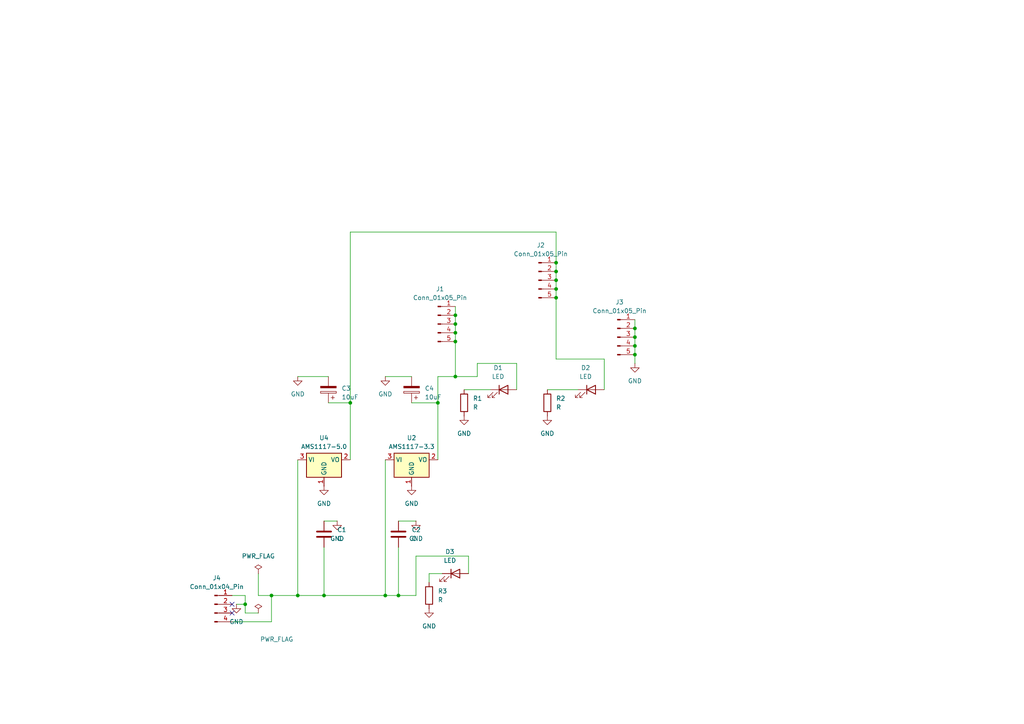
<source format=kicad_sch>
(kicad_sch
	(version 20250114)
	(generator "eeschema")
	(generator_version "9.0")
	(uuid "8502a16a-3907-4fcc-82be-13415dafdd32")
	(paper "A4")
	(lib_symbols
		(symbol "Connector:Conn_01x04_Pin"
			(pin_names
				(offset 1.016)
				(hide yes)
			)
			(exclude_from_sim no)
			(in_bom yes)
			(on_board yes)
			(property "Reference" "J"
				(at 0 5.08 0)
				(effects
					(font
						(size 1.27 1.27)
					)
				)
			)
			(property "Value" "Conn_01x04_Pin"
				(at 0 -7.62 0)
				(effects
					(font
						(size 1.27 1.27)
					)
				)
			)
			(property "Footprint" ""
				(at 0 0 0)
				(effects
					(font
						(size 1.27 1.27)
					)
					(hide yes)
				)
			)
			(property "Datasheet" "~"
				(at 0 0 0)
				(effects
					(font
						(size 1.27 1.27)
					)
					(hide yes)
				)
			)
			(property "Description" "Generic connector, single row, 01x04, script generated"
				(at 0 0 0)
				(effects
					(font
						(size 1.27 1.27)
					)
					(hide yes)
				)
			)
			(property "ki_locked" ""
				(at 0 0 0)
				(effects
					(font
						(size 1.27 1.27)
					)
				)
			)
			(property "ki_keywords" "connector"
				(at 0 0 0)
				(effects
					(font
						(size 1.27 1.27)
					)
					(hide yes)
				)
			)
			(property "ki_fp_filters" "Connector*:*_1x??_*"
				(at 0 0 0)
				(effects
					(font
						(size 1.27 1.27)
					)
					(hide yes)
				)
			)
			(symbol "Conn_01x04_Pin_1_1"
				(rectangle
					(start 0.8636 2.667)
					(end 0 2.413)
					(stroke
						(width 0.1524)
						(type default)
					)
					(fill
						(type outline)
					)
				)
				(rectangle
					(start 0.8636 0.127)
					(end 0 -0.127)
					(stroke
						(width 0.1524)
						(type default)
					)
					(fill
						(type outline)
					)
				)
				(rectangle
					(start 0.8636 -2.413)
					(end 0 -2.667)
					(stroke
						(width 0.1524)
						(type default)
					)
					(fill
						(type outline)
					)
				)
				(rectangle
					(start 0.8636 -4.953)
					(end 0 -5.207)
					(stroke
						(width 0.1524)
						(type default)
					)
					(fill
						(type outline)
					)
				)
				(polyline
					(pts
						(xy 1.27 2.54) (xy 0.8636 2.54)
					)
					(stroke
						(width 0.1524)
						(type default)
					)
					(fill
						(type none)
					)
				)
				(polyline
					(pts
						(xy 1.27 0) (xy 0.8636 0)
					)
					(stroke
						(width 0.1524)
						(type default)
					)
					(fill
						(type none)
					)
				)
				(polyline
					(pts
						(xy 1.27 -2.54) (xy 0.8636 -2.54)
					)
					(stroke
						(width 0.1524)
						(type default)
					)
					(fill
						(type none)
					)
				)
				(polyline
					(pts
						(xy 1.27 -5.08) (xy 0.8636 -5.08)
					)
					(stroke
						(width 0.1524)
						(type default)
					)
					(fill
						(type none)
					)
				)
				(pin passive line
					(at 5.08 2.54 180)
					(length 3.81)
					(name "Pin_1"
						(effects
							(font
								(size 1.27 1.27)
							)
						)
					)
					(number "1"
						(effects
							(font
								(size 1.27 1.27)
							)
						)
					)
				)
				(pin passive line
					(at 5.08 0 180)
					(length 3.81)
					(name "Pin_2"
						(effects
							(font
								(size 1.27 1.27)
							)
						)
					)
					(number "2"
						(effects
							(font
								(size 1.27 1.27)
							)
						)
					)
				)
				(pin passive line
					(at 5.08 -2.54 180)
					(length 3.81)
					(name "Pin_3"
						(effects
							(font
								(size 1.27 1.27)
							)
						)
					)
					(number "3"
						(effects
							(font
								(size 1.27 1.27)
							)
						)
					)
				)
				(pin passive line
					(at 5.08 -5.08 180)
					(length 3.81)
					(name "Pin_4"
						(effects
							(font
								(size 1.27 1.27)
							)
						)
					)
					(number "4"
						(effects
							(font
								(size 1.27 1.27)
							)
						)
					)
				)
			)
			(embedded_fonts no)
		)
		(symbol "Connector:Conn_01x05_Pin"
			(pin_names
				(offset 1.016)
				(hide yes)
			)
			(exclude_from_sim no)
			(in_bom yes)
			(on_board yes)
			(property "Reference" "J"
				(at 0 7.62 0)
				(effects
					(font
						(size 1.27 1.27)
					)
				)
			)
			(property "Value" "Conn_01x05_Pin"
				(at 0 -7.62 0)
				(effects
					(font
						(size 1.27 1.27)
					)
				)
			)
			(property "Footprint" ""
				(at 0 0 0)
				(effects
					(font
						(size 1.27 1.27)
					)
					(hide yes)
				)
			)
			(property "Datasheet" "~"
				(at 0 0 0)
				(effects
					(font
						(size 1.27 1.27)
					)
					(hide yes)
				)
			)
			(property "Description" "Generic connector, single row, 01x05, script generated"
				(at 0 0 0)
				(effects
					(font
						(size 1.27 1.27)
					)
					(hide yes)
				)
			)
			(property "ki_locked" ""
				(at 0 0 0)
				(effects
					(font
						(size 1.27 1.27)
					)
				)
			)
			(property "ki_keywords" "connector"
				(at 0 0 0)
				(effects
					(font
						(size 1.27 1.27)
					)
					(hide yes)
				)
			)
			(property "ki_fp_filters" "Connector*:*_1x??_*"
				(at 0 0 0)
				(effects
					(font
						(size 1.27 1.27)
					)
					(hide yes)
				)
			)
			(symbol "Conn_01x05_Pin_1_1"
				(rectangle
					(start 0.8636 5.207)
					(end 0 4.953)
					(stroke
						(width 0.1524)
						(type default)
					)
					(fill
						(type outline)
					)
				)
				(rectangle
					(start 0.8636 2.667)
					(end 0 2.413)
					(stroke
						(width 0.1524)
						(type default)
					)
					(fill
						(type outline)
					)
				)
				(rectangle
					(start 0.8636 0.127)
					(end 0 -0.127)
					(stroke
						(width 0.1524)
						(type default)
					)
					(fill
						(type outline)
					)
				)
				(rectangle
					(start 0.8636 -2.413)
					(end 0 -2.667)
					(stroke
						(width 0.1524)
						(type default)
					)
					(fill
						(type outline)
					)
				)
				(rectangle
					(start 0.8636 -4.953)
					(end 0 -5.207)
					(stroke
						(width 0.1524)
						(type default)
					)
					(fill
						(type outline)
					)
				)
				(polyline
					(pts
						(xy 1.27 5.08) (xy 0.8636 5.08)
					)
					(stroke
						(width 0.1524)
						(type default)
					)
					(fill
						(type none)
					)
				)
				(polyline
					(pts
						(xy 1.27 2.54) (xy 0.8636 2.54)
					)
					(stroke
						(width 0.1524)
						(type default)
					)
					(fill
						(type none)
					)
				)
				(polyline
					(pts
						(xy 1.27 0) (xy 0.8636 0)
					)
					(stroke
						(width 0.1524)
						(type default)
					)
					(fill
						(type none)
					)
				)
				(polyline
					(pts
						(xy 1.27 -2.54) (xy 0.8636 -2.54)
					)
					(stroke
						(width 0.1524)
						(type default)
					)
					(fill
						(type none)
					)
				)
				(polyline
					(pts
						(xy 1.27 -5.08) (xy 0.8636 -5.08)
					)
					(stroke
						(width 0.1524)
						(type default)
					)
					(fill
						(type none)
					)
				)
				(pin passive line
					(at 5.08 5.08 180)
					(length 3.81)
					(name "Pin_1"
						(effects
							(font
								(size 1.27 1.27)
							)
						)
					)
					(number "1"
						(effects
							(font
								(size 1.27 1.27)
							)
						)
					)
				)
				(pin passive line
					(at 5.08 2.54 180)
					(length 3.81)
					(name "Pin_2"
						(effects
							(font
								(size 1.27 1.27)
							)
						)
					)
					(number "2"
						(effects
							(font
								(size 1.27 1.27)
							)
						)
					)
				)
				(pin passive line
					(at 5.08 0 180)
					(length 3.81)
					(name "Pin_3"
						(effects
							(font
								(size 1.27 1.27)
							)
						)
					)
					(number "3"
						(effects
							(font
								(size 1.27 1.27)
							)
						)
					)
				)
				(pin passive line
					(at 5.08 -2.54 180)
					(length 3.81)
					(name "Pin_4"
						(effects
							(font
								(size 1.27 1.27)
							)
						)
					)
					(number "4"
						(effects
							(font
								(size 1.27 1.27)
							)
						)
					)
				)
				(pin passive line
					(at 5.08 -5.08 180)
					(length 3.81)
					(name "Pin_5"
						(effects
							(font
								(size 1.27 1.27)
							)
						)
					)
					(number "5"
						(effects
							(font
								(size 1.27 1.27)
							)
						)
					)
				)
			)
			(embedded_fonts no)
		)
		(symbol "Device:C"
			(pin_numbers
				(hide yes)
			)
			(pin_names
				(offset 0.254)
			)
			(exclude_from_sim no)
			(in_bom yes)
			(on_board yes)
			(property "Reference" "C"
				(at 0.635 2.54 0)
				(effects
					(font
						(size 1.27 1.27)
					)
					(justify left)
				)
			)
			(property "Value" "C"
				(at 0.635 -2.54 0)
				(effects
					(font
						(size 1.27 1.27)
					)
					(justify left)
				)
			)
			(property "Footprint" ""
				(at 0.9652 -3.81 0)
				(effects
					(font
						(size 1.27 1.27)
					)
					(hide yes)
				)
			)
			(property "Datasheet" "~"
				(at 0 0 0)
				(effects
					(font
						(size 1.27 1.27)
					)
					(hide yes)
				)
			)
			(property "Description" "Unpolarized capacitor"
				(at 0 0 0)
				(effects
					(font
						(size 1.27 1.27)
					)
					(hide yes)
				)
			)
			(property "ki_keywords" "cap capacitor"
				(at 0 0 0)
				(effects
					(font
						(size 1.27 1.27)
					)
					(hide yes)
				)
			)
			(property "ki_fp_filters" "C_*"
				(at 0 0 0)
				(effects
					(font
						(size 1.27 1.27)
					)
					(hide yes)
				)
			)
			(symbol "C_0_1"
				(polyline
					(pts
						(xy -2.032 0.762) (xy 2.032 0.762)
					)
					(stroke
						(width 0.508)
						(type default)
					)
					(fill
						(type none)
					)
				)
				(polyline
					(pts
						(xy -2.032 -0.762) (xy 2.032 -0.762)
					)
					(stroke
						(width 0.508)
						(type default)
					)
					(fill
						(type none)
					)
				)
			)
			(symbol "C_1_1"
				(pin passive line
					(at 0 3.81 270)
					(length 2.794)
					(name "~"
						(effects
							(font
								(size 1.27 1.27)
							)
						)
					)
					(number "1"
						(effects
							(font
								(size 1.27 1.27)
							)
						)
					)
				)
				(pin passive line
					(at 0 -3.81 90)
					(length 2.794)
					(name "~"
						(effects
							(font
								(size 1.27 1.27)
							)
						)
					)
					(number "2"
						(effects
							(font
								(size 1.27 1.27)
							)
						)
					)
				)
			)
			(embedded_fonts no)
		)
		(symbol "Device:C_Polarized"
			(pin_numbers
				(hide yes)
			)
			(pin_names
				(offset 0.254)
			)
			(exclude_from_sim no)
			(in_bom yes)
			(on_board yes)
			(property "Reference" "C"
				(at 0.635 2.54 0)
				(effects
					(font
						(size 1.27 1.27)
					)
					(justify left)
				)
			)
			(property "Value" "C_Polarized"
				(at 0.635 -2.54 0)
				(effects
					(font
						(size 1.27 1.27)
					)
					(justify left)
				)
			)
			(property "Footprint" ""
				(at 0.9652 -3.81 0)
				(effects
					(font
						(size 1.27 1.27)
					)
					(hide yes)
				)
			)
			(property "Datasheet" "~"
				(at 0 0 0)
				(effects
					(font
						(size 1.27 1.27)
					)
					(hide yes)
				)
			)
			(property "Description" "Polarized capacitor"
				(at 0 0 0)
				(effects
					(font
						(size 1.27 1.27)
					)
					(hide yes)
				)
			)
			(property "ki_keywords" "cap capacitor"
				(at 0 0 0)
				(effects
					(font
						(size 1.27 1.27)
					)
					(hide yes)
				)
			)
			(property "ki_fp_filters" "CP_*"
				(at 0 0 0)
				(effects
					(font
						(size 1.27 1.27)
					)
					(hide yes)
				)
			)
			(symbol "C_Polarized_0_1"
				(rectangle
					(start -2.286 0.508)
					(end 2.286 1.016)
					(stroke
						(width 0)
						(type default)
					)
					(fill
						(type none)
					)
				)
				(polyline
					(pts
						(xy -1.778 2.286) (xy -0.762 2.286)
					)
					(stroke
						(width 0)
						(type default)
					)
					(fill
						(type none)
					)
				)
				(polyline
					(pts
						(xy -1.27 2.794) (xy -1.27 1.778)
					)
					(stroke
						(width 0)
						(type default)
					)
					(fill
						(type none)
					)
				)
				(rectangle
					(start 2.286 -0.508)
					(end -2.286 -1.016)
					(stroke
						(width 0)
						(type default)
					)
					(fill
						(type outline)
					)
				)
			)
			(symbol "C_Polarized_1_1"
				(pin passive line
					(at 0 3.81 270)
					(length 2.794)
					(name "~"
						(effects
							(font
								(size 1.27 1.27)
							)
						)
					)
					(number "1"
						(effects
							(font
								(size 1.27 1.27)
							)
						)
					)
				)
				(pin passive line
					(at 0 -3.81 90)
					(length 2.794)
					(name "~"
						(effects
							(font
								(size 1.27 1.27)
							)
						)
					)
					(number "2"
						(effects
							(font
								(size 1.27 1.27)
							)
						)
					)
				)
			)
			(embedded_fonts no)
		)
		(symbol "Device:LED"
			(pin_numbers
				(hide yes)
			)
			(pin_names
				(offset 1.016)
				(hide yes)
			)
			(exclude_from_sim no)
			(in_bom yes)
			(on_board yes)
			(property "Reference" "D"
				(at 0 2.54 0)
				(effects
					(font
						(size 1.27 1.27)
					)
				)
			)
			(property "Value" "LED"
				(at 0 -2.54 0)
				(effects
					(font
						(size 1.27 1.27)
					)
				)
			)
			(property "Footprint" ""
				(at 0 0 0)
				(effects
					(font
						(size 1.27 1.27)
					)
					(hide yes)
				)
			)
			(property "Datasheet" "~"
				(at 0 0 0)
				(effects
					(font
						(size 1.27 1.27)
					)
					(hide yes)
				)
			)
			(property "Description" "Light emitting diode"
				(at 0 0 0)
				(effects
					(font
						(size 1.27 1.27)
					)
					(hide yes)
				)
			)
			(property "Sim.Pins" "1=K 2=A"
				(at 0 0 0)
				(effects
					(font
						(size 1.27 1.27)
					)
					(hide yes)
				)
			)
			(property "ki_keywords" "LED diode"
				(at 0 0 0)
				(effects
					(font
						(size 1.27 1.27)
					)
					(hide yes)
				)
			)
			(property "ki_fp_filters" "LED* LED_SMD:* LED_THT:*"
				(at 0 0 0)
				(effects
					(font
						(size 1.27 1.27)
					)
					(hide yes)
				)
			)
			(symbol "LED_0_1"
				(polyline
					(pts
						(xy -3.048 -0.762) (xy -4.572 -2.286) (xy -3.81 -2.286) (xy -4.572 -2.286) (xy -4.572 -1.524)
					)
					(stroke
						(width 0)
						(type default)
					)
					(fill
						(type none)
					)
				)
				(polyline
					(pts
						(xy -1.778 -0.762) (xy -3.302 -2.286) (xy -2.54 -2.286) (xy -3.302 -2.286) (xy -3.302 -1.524)
					)
					(stroke
						(width 0)
						(type default)
					)
					(fill
						(type none)
					)
				)
				(polyline
					(pts
						(xy -1.27 0) (xy 1.27 0)
					)
					(stroke
						(width 0)
						(type default)
					)
					(fill
						(type none)
					)
				)
				(polyline
					(pts
						(xy -1.27 -1.27) (xy -1.27 1.27)
					)
					(stroke
						(width 0.254)
						(type default)
					)
					(fill
						(type none)
					)
				)
				(polyline
					(pts
						(xy 1.27 -1.27) (xy 1.27 1.27) (xy -1.27 0) (xy 1.27 -1.27)
					)
					(stroke
						(width 0.254)
						(type default)
					)
					(fill
						(type none)
					)
				)
			)
			(symbol "LED_1_1"
				(pin passive line
					(at -3.81 0 0)
					(length 2.54)
					(name "K"
						(effects
							(font
								(size 1.27 1.27)
							)
						)
					)
					(number "1"
						(effects
							(font
								(size 1.27 1.27)
							)
						)
					)
				)
				(pin passive line
					(at 3.81 0 180)
					(length 2.54)
					(name "A"
						(effects
							(font
								(size 1.27 1.27)
							)
						)
					)
					(number "2"
						(effects
							(font
								(size 1.27 1.27)
							)
						)
					)
				)
			)
			(embedded_fonts no)
		)
		(symbol "Device:R"
			(pin_numbers
				(hide yes)
			)
			(pin_names
				(offset 0)
			)
			(exclude_from_sim no)
			(in_bom yes)
			(on_board yes)
			(property "Reference" "R"
				(at 2.032 0 90)
				(effects
					(font
						(size 1.27 1.27)
					)
				)
			)
			(property "Value" "R"
				(at 0 0 90)
				(effects
					(font
						(size 1.27 1.27)
					)
				)
			)
			(property "Footprint" ""
				(at -1.778 0 90)
				(effects
					(font
						(size 1.27 1.27)
					)
					(hide yes)
				)
			)
			(property "Datasheet" "~"
				(at 0 0 0)
				(effects
					(font
						(size 1.27 1.27)
					)
					(hide yes)
				)
			)
			(property "Description" "Resistor"
				(at 0 0 0)
				(effects
					(font
						(size 1.27 1.27)
					)
					(hide yes)
				)
			)
			(property "ki_keywords" "R res resistor"
				(at 0 0 0)
				(effects
					(font
						(size 1.27 1.27)
					)
					(hide yes)
				)
			)
			(property "ki_fp_filters" "R_*"
				(at 0 0 0)
				(effects
					(font
						(size 1.27 1.27)
					)
					(hide yes)
				)
			)
			(symbol "R_0_1"
				(rectangle
					(start -1.016 -2.54)
					(end 1.016 2.54)
					(stroke
						(width 0.254)
						(type default)
					)
					(fill
						(type none)
					)
				)
			)
			(symbol "R_1_1"
				(pin passive line
					(at 0 3.81 270)
					(length 1.27)
					(name "~"
						(effects
							(font
								(size 1.27 1.27)
							)
						)
					)
					(number "1"
						(effects
							(font
								(size 1.27 1.27)
							)
						)
					)
				)
				(pin passive line
					(at 0 -3.81 90)
					(length 1.27)
					(name "~"
						(effects
							(font
								(size 1.27 1.27)
							)
						)
					)
					(number "2"
						(effects
							(font
								(size 1.27 1.27)
							)
						)
					)
				)
			)
			(embedded_fonts no)
		)
		(symbol "Regulator_Linear:AMS1117-3.3"
			(exclude_from_sim no)
			(in_bom yes)
			(on_board yes)
			(property "Reference" "U"
				(at -3.81 3.175 0)
				(effects
					(font
						(size 1.27 1.27)
					)
				)
			)
			(property "Value" "AMS1117-3.3"
				(at 0 3.175 0)
				(effects
					(font
						(size 1.27 1.27)
					)
					(justify left)
				)
			)
			(property "Footprint" "Package_TO_SOT_SMD:SOT-223-3_TabPin2"
				(at 0 5.08 0)
				(effects
					(font
						(size 1.27 1.27)
					)
					(hide yes)
				)
			)
			(property "Datasheet" "http://www.advanced-monolithic.com/pdf/ds1117.pdf"
				(at 2.54 -6.35 0)
				(effects
					(font
						(size 1.27 1.27)
					)
					(hide yes)
				)
			)
			(property "Description" "1A Low Dropout regulator, positive, 3.3V fixed output, SOT-223"
				(at 0 0 0)
				(effects
					(font
						(size 1.27 1.27)
					)
					(hide yes)
				)
			)
			(property "ki_keywords" "linear regulator ldo fixed positive"
				(at 0 0 0)
				(effects
					(font
						(size 1.27 1.27)
					)
					(hide yes)
				)
			)
			(property "ki_fp_filters" "SOT?223*TabPin2*"
				(at 0 0 0)
				(effects
					(font
						(size 1.27 1.27)
					)
					(hide yes)
				)
			)
			(symbol "AMS1117-3.3_0_1"
				(rectangle
					(start -5.08 -5.08)
					(end 5.08 1.905)
					(stroke
						(width 0.254)
						(type default)
					)
					(fill
						(type background)
					)
				)
			)
			(symbol "AMS1117-3.3_1_1"
				(pin power_in line
					(at -7.62 0 0)
					(length 2.54)
					(name "VI"
						(effects
							(font
								(size 1.27 1.27)
							)
						)
					)
					(number "3"
						(effects
							(font
								(size 1.27 1.27)
							)
						)
					)
				)
				(pin power_in line
					(at 0 -7.62 90)
					(length 2.54)
					(name "GND"
						(effects
							(font
								(size 1.27 1.27)
							)
						)
					)
					(number "1"
						(effects
							(font
								(size 1.27 1.27)
							)
						)
					)
				)
				(pin power_out line
					(at 7.62 0 180)
					(length 2.54)
					(name "VO"
						(effects
							(font
								(size 1.27 1.27)
							)
						)
					)
					(number "2"
						(effects
							(font
								(size 1.27 1.27)
							)
						)
					)
				)
			)
			(embedded_fonts no)
		)
		(symbol "Regulator_Linear:AMS1117-5.0"
			(exclude_from_sim no)
			(in_bom yes)
			(on_board yes)
			(property "Reference" "U"
				(at -3.81 3.175 0)
				(effects
					(font
						(size 1.27 1.27)
					)
				)
			)
			(property "Value" "AMS1117-5.0"
				(at 0 3.175 0)
				(effects
					(font
						(size 1.27 1.27)
					)
					(justify left)
				)
			)
			(property "Footprint" "Package_TO_SOT_SMD:SOT-223-3_TabPin2"
				(at 0 5.08 0)
				(effects
					(font
						(size 1.27 1.27)
					)
					(hide yes)
				)
			)
			(property "Datasheet" "http://www.advanced-monolithic.com/pdf/ds1117.pdf"
				(at 2.54 -6.35 0)
				(effects
					(font
						(size 1.27 1.27)
					)
					(hide yes)
				)
			)
			(property "Description" "1A Low Dropout regulator, positive, 5.0V fixed output, SOT-223"
				(at 0 0 0)
				(effects
					(font
						(size 1.27 1.27)
					)
					(hide yes)
				)
			)
			(property "ki_keywords" "linear regulator ldo fixed positive"
				(at 0 0 0)
				(effects
					(font
						(size 1.27 1.27)
					)
					(hide yes)
				)
			)
			(property "ki_fp_filters" "SOT?223*TabPin2*"
				(at 0 0 0)
				(effects
					(font
						(size 1.27 1.27)
					)
					(hide yes)
				)
			)
			(symbol "AMS1117-5.0_0_1"
				(rectangle
					(start -5.08 -5.08)
					(end 5.08 1.905)
					(stroke
						(width 0.254)
						(type default)
					)
					(fill
						(type background)
					)
				)
			)
			(symbol "AMS1117-5.0_1_1"
				(pin power_in line
					(at -7.62 0 0)
					(length 2.54)
					(name "VI"
						(effects
							(font
								(size 1.27 1.27)
							)
						)
					)
					(number "3"
						(effects
							(font
								(size 1.27 1.27)
							)
						)
					)
				)
				(pin power_in line
					(at 0 -7.62 90)
					(length 2.54)
					(name "GND"
						(effects
							(font
								(size 1.27 1.27)
							)
						)
					)
					(number "1"
						(effects
							(font
								(size 1.27 1.27)
							)
						)
					)
				)
				(pin power_out line
					(at 7.62 0 180)
					(length 2.54)
					(name "VO"
						(effects
							(font
								(size 1.27 1.27)
							)
						)
					)
					(number "2"
						(effects
							(font
								(size 1.27 1.27)
							)
						)
					)
				)
			)
			(embedded_fonts no)
		)
		(symbol "power:GND"
			(power)
			(pin_numbers
				(hide yes)
			)
			(pin_names
				(offset 0)
				(hide yes)
			)
			(exclude_from_sim no)
			(in_bom yes)
			(on_board yes)
			(property "Reference" "#PWR"
				(at 0 -6.35 0)
				(effects
					(font
						(size 1.27 1.27)
					)
					(hide yes)
				)
			)
			(property "Value" "GND"
				(at 0 -3.81 0)
				(effects
					(font
						(size 1.27 1.27)
					)
				)
			)
			(property "Footprint" ""
				(at 0 0 0)
				(effects
					(font
						(size 1.27 1.27)
					)
					(hide yes)
				)
			)
			(property "Datasheet" ""
				(at 0 0 0)
				(effects
					(font
						(size 1.27 1.27)
					)
					(hide yes)
				)
			)
			(property "Description" "Power symbol creates a global label with name \"GND\" , ground"
				(at 0 0 0)
				(effects
					(font
						(size 1.27 1.27)
					)
					(hide yes)
				)
			)
			(property "ki_keywords" "global power"
				(at 0 0 0)
				(effects
					(font
						(size 1.27 1.27)
					)
					(hide yes)
				)
			)
			(symbol "GND_0_1"
				(polyline
					(pts
						(xy 0 0) (xy 0 -1.27) (xy 1.27 -1.27) (xy 0 -2.54) (xy -1.27 -1.27) (xy 0 -1.27)
					)
					(stroke
						(width 0)
						(type default)
					)
					(fill
						(type none)
					)
				)
			)
			(symbol "GND_1_1"
				(pin power_in line
					(at 0 0 270)
					(length 0)
					(name "~"
						(effects
							(font
								(size 1.27 1.27)
							)
						)
					)
					(number "1"
						(effects
							(font
								(size 1.27 1.27)
							)
						)
					)
				)
			)
			(embedded_fonts no)
		)
		(symbol "power:PWR_FLAG"
			(power)
			(pin_numbers
				(hide yes)
			)
			(pin_names
				(offset 0)
				(hide yes)
			)
			(exclude_from_sim no)
			(in_bom yes)
			(on_board yes)
			(property "Reference" "#FLG"
				(at 0 1.905 0)
				(effects
					(font
						(size 1.27 1.27)
					)
					(hide yes)
				)
			)
			(property "Value" "PWR_FLAG"
				(at 0 3.81 0)
				(effects
					(font
						(size 1.27 1.27)
					)
				)
			)
			(property "Footprint" ""
				(at 0 0 0)
				(effects
					(font
						(size 1.27 1.27)
					)
					(hide yes)
				)
			)
			(property "Datasheet" "~"
				(at 0 0 0)
				(effects
					(font
						(size 1.27 1.27)
					)
					(hide yes)
				)
			)
			(property "Description" "Special symbol for telling ERC where power comes from"
				(at 0 0 0)
				(effects
					(font
						(size 1.27 1.27)
					)
					(hide yes)
				)
			)
			(property "ki_keywords" "flag power"
				(at 0 0 0)
				(effects
					(font
						(size 1.27 1.27)
					)
					(hide yes)
				)
			)
			(symbol "PWR_FLAG_0_0"
				(pin power_out line
					(at 0 0 90)
					(length 0)
					(name "~"
						(effects
							(font
								(size 1.27 1.27)
							)
						)
					)
					(number "1"
						(effects
							(font
								(size 1.27 1.27)
							)
						)
					)
				)
			)
			(symbol "PWR_FLAG_0_1"
				(polyline
					(pts
						(xy 0 0) (xy 0 1.27) (xy -1.016 1.905) (xy 0 2.54) (xy 1.016 1.905) (xy 0 1.27)
					)
					(stroke
						(width 0)
						(type default)
					)
					(fill
						(type none)
					)
				)
			)
			(embedded_fonts no)
		)
	)
	(junction
		(at 161.29 81.28)
		(diameter 0)
		(color 0 0 0 0)
		(uuid "0cef3b65-bfa9-4bd2-951f-c236055327e6")
	)
	(junction
		(at 161.29 86.36)
		(diameter 0)
		(color 0 0 0 0)
		(uuid "15f1c1dc-d436-44aa-be1b-2b34a2bf0ff9")
	)
	(junction
		(at 93.98 172.72)
		(diameter 0)
		(color 0 0 0 0)
		(uuid "23d882ac-1580-44a4-a5d9-c65c906f912b")
	)
	(junction
		(at 161.29 76.2)
		(diameter 0)
		(color 0 0 0 0)
		(uuid "302093c5-4846-4b75-8c32-9b9ef112cc66")
	)
	(junction
		(at 184.15 95.25)
		(diameter 0)
		(color 0 0 0 0)
		(uuid "4ef475ed-8576-46af-9eac-29295d61b22a")
	)
	(junction
		(at 161.29 78.74)
		(diameter 0)
		(color 0 0 0 0)
		(uuid "60271b72-3b6e-4e90-8e5c-59520710e3b6")
	)
	(junction
		(at 184.15 100.33)
		(diameter 0)
		(color 0 0 0 0)
		(uuid "60576e8d-d052-43ba-9fc2-3079bb9711d9")
	)
	(junction
		(at 101.6 116.84)
		(diameter 0)
		(color 0 0 0 0)
		(uuid "67574f5c-466f-4caa-97f6-18d1f70b001a")
	)
	(junction
		(at 127 116.84)
		(diameter 0)
		(color 0 0 0 0)
		(uuid "6e873dd2-9584-438e-b3df-855ad21adcce")
	)
	(junction
		(at 132.08 91.44)
		(diameter 0)
		(color 0 0 0 0)
		(uuid "77b6a9c0-7014-4ec4-ad92-a13dc35c9bcf")
	)
	(junction
		(at 132.08 99.06)
		(diameter 0)
		(color 0 0 0 0)
		(uuid "8c8ab131-cf60-4705-9f1a-4ecb22762c7b")
	)
	(junction
		(at 184.15 102.87)
		(diameter 0)
		(color 0 0 0 0)
		(uuid "906aa049-5fb1-4c73-b19c-0136ea3d6fda")
	)
	(junction
		(at 132.08 96.52)
		(diameter 0)
		(color 0 0 0 0)
		(uuid "93df67b5-ee5f-48a5-8539-2c7b749085df")
	)
	(junction
		(at 111.76 172.72)
		(diameter 0)
		(color 0 0 0 0)
		(uuid "b7fddbb4-dd24-4fab-a439-1f93cae0c968")
	)
	(junction
		(at 132.08 109.22)
		(diameter 0)
		(color 0 0 0 0)
		(uuid "b8923467-bdc0-417b-9577-38026ed9de82")
	)
	(junction
		(at 161.29 83.82)
		(diameter 0)
		(color 0 0 0 0)
		(uuid "b9460791-120d-4fd3-8ea7-6b64c6cd30b2")
	)
	(junction
		(at 115.57 172.72)
		(diameter 0)
		(color 0 0 0 0)
		(uuid "be5b5841-fb4b-4789-81b6-c2251be5019c")
	)
	(junction
		(at 78.74 172.72)
		(diameter 0)
		(color 0 0 0 0)
		(uuid "bfdfd72c-9ca8-439b-8bb7-8fb5b4eb8b1b")
	)
	(junction
		(at 132.08 93.98)
		(diameter 0)
		(color 0 0 0 0)
		(uuid "c75bacf1-64e7-4c94-8899-9745c3bc1a52")
	)
	(junction
		(at 71.12 175.26)
		(diameter 0)
		(color 0 0 0 0)
		(uuid "cc6bae9b-9f7e-4dc6-af35-2e6a06531eba")
	)
	(junction
		(at 184.15 97.79)
		(diameter 0)
		(color 0 0 0 0)
		(uuid "eedf4723-830f-43b0-9c50-a502434a924c")
	)
	(junction
		(at 86.36 172.72)
		(diameter 0)
		(color 0 0 0 0)
		(uuid "f92ec2ff-2818-4ce6-9b12-215bd056265a")
	)
	(no_connect
		(at 67.31 175.26)
		(uuid "adf5d340-ff09-4cb3-97b7-b4cc8b29316d")
	)
	(no_connect
		(at 67.31 177.8)
		(uuid "ef6da698-c807-4ee1-9bab-8a254fa8d0e0")
	)
	(wire
		(pts
			(xy 120.65 172.72) (xy 120.65 161.29)
		)
		(stroke
			(width 0)
			(type default)
		)
		(uuid "033f2651-daf8-4b3a-8db0-b8a0a43d6ba7")
	)
	(wire
		(pts
			(xy 93.98 158.75) (xy 93.98 172.72)
		)
		(stroke
			(width 0)
			(type default)
		)
		(uuid "0868b97f-aef2-486f-8f25-e4c2dca5a33a")
	)
	(wire
		(pts
			(xy 86.36 109.22) (xy 95.25 109.22)
		)
		(stroke
			(width 0)
			(type default)
		)
		(uuid "099f7168-8a1a-4e6d-8e62-9994b5900620")
	)
	(wire
		(pts
			(xy 93.98 151.13) (xy 97.79 151.13)
		)
		(stroke
			(width 0)
			(type default)
		)
		(uuid "0cd5e079-cf05-4716-903f-31ac7acb11e3")
	)
	(wire
		(pts
			(xy 161.29 67.31) (xy 161.29 76.2)
		)
		(stroke
			(width 0)
			(type default)
		)
		(uuid "10b0229f-4e05-4d81-93a0-d4b1ba9a8227")
	)
	(wire
		(pts
			(xy 93.98 172.72) (xy 86.36 172.72)
		)
		(stroke
			(width 0)
			(type default)
		)
		(uuid "18e2911e-b2aa-4942-a868-263fd0d5aa01")
	)
	(wire
		(pts
			(xy 184.15 97.79) (xy 184.15 100.33)
		)
		(stroke
			(width 0)
			(type default)
		)
		(uuid "1bb03ab4-6992-4806-9a07-2b7fa5ffc4c9")
	)
	(wire
		(pts
			(xy 161.29 83.82) (xy 161.29 86.36)
		)
		(stroke
			(width 0)
			(type default)
		)
		(uuid "1c3a156c-e00b-4a25-a2e9-a29dbbe43fd2")
	)
	(wire
		(pts
			(xy 115.57 158.75) (xy 115.57 172.72)
		)
		(stroke
			(width 0)
			(type default)
		)
		(uuid "1c544380-7bbf-46af-80b6-bc5d9c03ae10")
	)
	(wire
		(pts
			(xy 127 133.35) (xy 127 116.84)
		)
		(stroke
			(width 0)
			(type default)
		)
		(uuid "1dae92df-2700-4bec-b169-c1dda30b4af5")
	)
	(wire
		(pts
			(xy 158.75 113.03) (xy 167.64 113.03)
		)
		(stroke
			(width 0)
			(type default)
		)
		(uuid "229939c9-0c6b-45a4-aa44-4d550fe9e3c7")
	)
	(wire
		(pts
			(xy 101.6 67.31) (xy 161.29 67.31)
		)
		(stroke
			(width 0)
			(type default)
		)
		(uuid "2c0f391a-ee37-4e15-b9a1-2f501589f775")
	)
	(wire
		(pts
			(xy 101.6 133.35) (xy 101.6 116.84)
		)
		(stroke
			(width 0)
			(type default)
		)
		(uuid "33236e61-afc3-4c24-9a4a-e51bfaf7a4da")
	)
	(wire
		(pts
			(xy 138.43 105.41) (xy 149.86 105.41)
		)
		(stroke
			(width 0)
			(type default)
		)
		(uuid "34b3907f-ef04-4b78-9a55-3e56f39c9cc6")
	)
	(wire
		(pts
			(xy 71.12 175.26) (xy 71.12 172.72)
		)
		(stroke
			(width 0)
			(type default)
		)
		(uuid "35c02ca9-45ee-4c70-bb48-94ddfd68150a")
	)
	(wire
		(pts
			(xy 86.36 133.35) (xy 86.36 172.72)
		)
		(stroke
			(width 0)
			(type default)
		)
		(uuid "37cab72c-1f2e-4e15-808a-29b5e75e79b0")
	)
	(wire
		(pts
			(xy 127 116.84) (xy 119.38 116.84)
		)
		(stroke
			(width 0)
			(type default)
		)
		(uuid "3b93e69e-14d9-471c-aa4c-6398bb1590c7")
	)
	(wire
		(pts
			(xy 161.29 81.28) (xy 161.29 83.82)
		)
		(stroke
			(width 0)
			(type default)
		)
		(uuid "451f9fae-8c63-4b14-8b19-94deef34009a")
	)
	(wire
		(pts
			(xy 161.29 104.14) (xy 175.26 104.14)
		)
		(stroke
			(width 0)
			(type default)
		)
		(uuid "4ea99747-b10c-449b-aaab-c286693cccd4")
	)
	(wire
		(pts
			(xy 115.57 172.72) (xy 111.76 172.72)
		)
		(stroke
			(width 0)
			(type default)
		)
		(uuid "508a091a-abc4-488a-9159-baaa687250aa")
	)
	(wire
		(pts
			(xy 161.29 86.36) (xy 161.29 104.14)
		)
		(stroke
			(width 0)
			(type default)
		)
		(uuid "5b076e95-adec-4969-98d9-83e9be357c2c")
	)
	(wire
		(pts
			(xy 111.76 172.72) (xy 93.98 172.72)
		)
		(stroke
			(width 0)
			(type default)
		)
		(uuid "5b13f54e-816d-4047-8f47-b05ae6912b41")
	)
	(wire
		(pts
			(xy 184.15 92.71) (xy 184.15 95.25)
		)
		(stroke
			(width 0)
			(type default)
		)
		(uuid "5e620384-d738-4070-b8e9-1c461c90bb0c")
	)
	(wire
		(pts
			(xy 115.57 151.13) (xy 120.65 151.13)
		)
		(stroke
			(width 0)
			(type default)
		)
		(uuid "634bf30c-9a06-4fb1-8481-36e0f93753d9")
	)
	(wire
		(pts
			(xy 71.12 177.8) (xy 74.93 177.8)
		)
		(stroke
			(width 0)
			(type default)
		)
		(uuid "639450fb-e618-48ab-b693-a4ec8598ac74")
	)
	(wire
		(pts
			(xy 101.6 116.84) (xy 95.25 116.84)
		)
		(stroke
			(width 0)
			(type default)
		)
		(uuid "67c9019b-d7c1-4aba-b8d9-cc8be4dc3270")
	)
	(wire
		(pts
			(xy 132.08 93.98) (xy 132.08 96.52)
		)
		(stroke
			(width 0)
			(type default)
		)
		(uuid "6b6219d3-cb3d-48de-b0bf-8874b3f75f38")
	)
	(wire
		(pts
			(xy 134.62 113.03) (xy 142.24 113.03)
		)
		(stroke
			(width 0)
			(type default)
		)
		(uuid "726430c9-abe7-4d09-bdef-eebb5d3985d0")
	)
	(wire
		(pts
			(xy 138.43 109.22) (xy 138.43 105.41)
		)
		(stroke
			(width 0)
			(type default)
		)
		(uuid "7993a439-28ee-48f5-aa03-9fb5af90f0cc")
	)
	(wire
		(pts
			(xy 184.15 100.33) (xy 184.15 102.87)
		)
		(stroke
			(width 0)
			(type default)
		)
		(uuid "7a2098ec-bbc8-4524-be18-331880660bc2")
	)
	(wire
		(pts
			(xy 74.93 172.72) (xy 78.74 172.72)
		)
		(stroke
			(width 0)
			(type default)
		)
		(uuid "7edcfd5a-0f17-4b5a-8d6e-ca1aff717ea3")
	)
	(wire
		(pts
			(xy 124.46 166.37) (xy 124.46 168.91)
		)
		(stroke
			(width 0)
			(type default)
		)
		(uuid "80316c0e-d79a-4203-9401-b34e93888b45")
	)
	(wire
		(pts
			(xy 120.65 161.29) (xy 135.89 161.29)
		)
		(stroke
			(width 0)
			(type default)
		)
		(uuid "808556d4-51d1-4144-83a5-fc95bc84696f")
	)
	(wire
		(pts
			(xy 132.08 91.44) (xy 132.08 93.98)
		)
		(stroke
			(width 0)
			(type default)
		)
		(uuid "87ec682c-f566-4c47-9c62-c2cc1fe68ae2")
	)
	(wire
		(pts
			(xy 184.15 95.25) (xy 184.15 97.79)
		)
		(stroke
			(width 0)
			(type default)
		)
		(uuid "8f492d9e-c072-425b-8cf3-fc3b3c093214")
	)
	(wire
		(pts
			(xy 74.93 166.37) (xy 74.93 172.72)
		)
		(stroke
			(width 0)
			(type default)
		)
		(uuid "906a51ea-6d4e-43e1-9e3f-5b7804ba48f6")
	)
	(wire
		(pts
			(xy 132.08 109.22) (xy 138.43 109.22)
		)
		(stroke
			(width 0)
			(type default)
		)
		(uuid "91a5602a-fc3e-4c04-9e9b-86e4cb068d27")
	)
	(wire
		(pts
			(xy 135.89 161.29) (xy 135.89 166.37)
		)
		(stroke
			(width 0)
			(type default)
		)
		(uuid "94c52320-daa9-4393-bdc7-7ab16e727037")
	)
	(wire
		(pts
			(xy 127 109.22) (xy 132.08 109.22)
		)
		(stroke
			(width 0)
			(type default)
		)
		(uuid "9b9ebb9d-f9dc-4c4b-84cb-755d72e8c9ba")
	)
	(wire
		(pts
			(xy 71.12 172.72) (xy 67.31 172.72)
		)
		(stroke
			(width 0)
			(type default)
		)
		(uuid "a405ef96-5439-4a00-a1c0-0fbcb7ddcd34")
	)
	(wire
		(pts
			(xy 128.27 166.37) (xy 124.46 166.37)
		)
		(stroke
			(width 0)
			(type default)
		)
		(uuid "a7c0d926-2cdc-4b07-b5c2-37a91fd8171f")
	)
	(wire
		(pts
			(xy 132.08 96.52) (xy 132.08 99.06)
		)
		(stroke
			(width 0)
			(type default)
		)
		(uuid "aa9d0cd3-da92-4f5a-86af-467d182d7ef1")
	)
	(wire
		(pts
			(xy 115.57 172.72) (xy 120.65 172.72)
		)
		(stroke
			(width 0)
			(type default)
		)
		(uuid "b0528238-716d-4ac0-b29e-76d42f6bce2d")
	)
	(wire
		(pts
			(xy 132.08 88.9) (xy 132.08 91.44)
		)
		(stroke
			(width 0)
			(type default)
		)
		(uuid "b3686e70-afe9-4aec-81aa-ea5a2bc997c1")
	)
	(wire
		(pts
			(xy 127 109.22) (xy 127 116.84)
		)
		(stroke
			(width 0)
			(type default)
		)
		(uuid "b6be66e1-71e5-4ed2-a1c6-3d1ee7c936bc")
	)
	(wire
		(pts
			(xy 175.26 104.14) (xy 175.26 113.03)
		)
		(stroke
			(width 0)
			(type default)
		)
		(uuid "b7470f9c-d603-45b3-b0ad-8e61dcc4ae51")
	)
	(wire
		(pts
			(xy 161.29 76.2) (xy 161.29 78.74)
		)
		(stroke
			(width 0)
			(type default)
		)
		(uuid "b89432e2-9524-4f0d-aad9-422b6f80183b")
	)
	(wire
		(pts
			(xy 78.74 172.72) (xy 86.36 172.72)
		)
		(stroke
			(width 0)
			(type default)
		)
		(uuid "b8f109d7-e8e0-40b9-b764-c86addb37259")
	)
	(wire
		(pts
			(xy 132.08 99.06) (xy 132.08 109.22)
		)
		(stroke
			(width 0)
			(type default)
		)
		(uuid "bfaf5b3c-eab5-4d2a-b7e9-81356cdd4683")
	)
	(wire
		(pts
			(xy 68.58 175.26) (xy 71.12 175.26)
		)
		(stroke
			(width 0)
			(type default)
		)
		(uuid "c32b9c58-73d2-4f9a-8192-35e11b4e6b79")
	)
	(wire
		(pts
			(xy 149.86 105.41) (xy 149.86 113.03)
		)
		(stroke
			(width 0)
			(type default)
		)
		(uuid "cb70508c-0b53-431f-8e33-487954f710cb")
	)
	(wire
		(pts
			(xy 184.15 102.87) (xy 184.15 105.41)
		)
		(stroke
			(width 0)
			(type default)
		)
		(uuid "d331a474-2b44-45ef-a5a9-04fcb2ed5151")
	)
	(wire
		(pts
			(xy 78.74 180.34) (xy 67.31 180.34)
		)
		(stroke
			(width 0)
			(type default)
		)
		(uuid "dbf4f29f-df91-4a86-a9bf-ffe6a997479e")
	)
	(wire
		(pts
			(xy 71.12 175.26) (xy 71.12 177.8)
		)
		(stroke
			(width 0)
			(type default)
		)
		(uuid "dc2943eb-03ae-4e2e-a756-40c5249c8732")
	)
	(wire
		(pts
			(xy 78.74 172.72) (xy 78.74 180.34)
		)
		(stroke
			(width 0)
			(type default)
		)
		(uuid "e0c1d4ec-6374-4a62-9063-1343c20a41d5")
	)
	(wire
		(pts
			(xy 101.6 116.84) (xy 101.6 67.31)
		)
		(stroke
			(width 0)
			(type default)
		)
		(uuid "e7435094-7602-4725-b01d-a4562fb3f41f")
	)
	(wire
		(pts
			(xy 111.76 133.35) (xy 111.76 172.72)
		)
		(stroke
			(width 0)
			(type default)
		)
		(uuid "ef7c6c16-73fb-49a9-aac3-a1da7baa55a2")
	)
	(wire
		(pts
			(xy 161.29 78.74) (xy 161.29 81.28)
		)
		(stroke
			(width 0)
			(type default)
		)
		(uuid "f051bbee-5186-443f-91f3-11312c9a08da")
	)
	(wire
		(pts
			(xy 111.76 109.22) (xy 119.38 109.22)
		)
		(stroke
			(width 0)
			(type default)
		)
		(uuid "f7249bae-05ed-4947-84d2-e3707982b6c2")
	)
	(symbol
		(lib_id "Device:C")
		(at 93.98 154.94 0)
		(unit 1)
		(exclude_from_sim no)
		(in_bom yes)
		(on_board yes)
		(dnp no)
		(fields_autoplaced yes)
		(uuid "0224850a-4e2d-4b47-8b27-430b5926720c")
		(property "Reference" "C1"
			(at 97.79 153.6699 0)
			(effects
				(font
					(size 1.27 1.27)
				)
				(justify left)
			)
		)
		(property "Value" "C"
			(at 97.79 156.2099 0)
			(effects
				(font
					(size 1.27 1.27)
				)
				(justify left)
			)
		)
		(property "Footprint" "Capacitor_THT:C_Disc_D5.0mm_W2.5mm_P2.50mm"
			(at 94.9452 158.75 0)
			(effects
				(font
					(size 1.27 1.27)
				)
				(hide yes)
			)
		)
		(property "Datasheet" "~"
			(at 93.98 154.94 0)
			(effects
				(font
					(size 1.27 1.27)
				)
				(hide yes)
			)
		)
		(property "Description" "Unpolarized capacitor"
			(at 93.98 154.94 0)
			(effects
				(font
					(size 1.27 1.27)
				)
				(hide yes)
			)
		)
		(pin "2"
			(uuid "258daf35-cdd8-4ae3-b8de-307af8f5565f")
		)
		(pin "1"
			(uuid "6f7d01c5-646c-42bb-a08e-1bf61928b31f")
		)
		(instances
			(project ""
				(path "/8502a16a-3907-4fcc-82be-13415dafdd32"
					(reference "C1")
					(unit 1)
				)
			)
		)
	)
	(symbol
		(lib_id "Device:LED")
		(at 146.05 113.03 0)
		(unit 1)
		(exclude_from_sim no)
		(in_bom yes)
		(on_board yes)
		(dnp no)
		(fields_autoplaced yes)
		(uuid "0f0d6352-6202-46e3-9ece-6879d11d5a69")
		(property "Reference" "D1"
			(at 144.4625 106.68 0)
			(effects
				(font
					(size 1.27 1.27)
				)
			)
		)
		(property "Value" "LED"
			(at 144.4625 109.22 0)
			(effects
				(font
					(size 1.27 1.27)
				)
			)
		)
		(property "Footprint" "LED_THT:LED_D5.0mm"
			(at 146.05 113.03 0)
			(effects
				(font
					(size 1.27 1.27)
				)
				(hide yes)
			)
		)
		(property "Datasheet" "~"
			(at 146.05 113.03 0)
			(effects
				(font
					(size 1.27 1.27)
				)
				(hide yes)
			)
		)
		(property "Description" "Light emitting diode"
			(at 146.05 113.03 0)
			(effects
				(font
					(size 1.27 1.27)
				)
				(hide yes)
			)
		)
		(property "Sim.Pins" "1=K 2=A"
			(at 146.05 113.03 0)
			(effects
				(font
					(size 1.27 1.27)
				)
				(hide yes)
			)
		)
		(pin "1"
			(uuid "438cf785-31f1-4965-9ed1-b1b026b2d382")
		)
		(pin "2"
			(uuid "707d5955-e7a4-45f9-9c43-fa0e21f69c83")
		)
		(instances
			(project ""
				(path "/8502a16a-3907-4fcc-82be-13415dafdd32"
					(reference "D1")
					(unit 1)
				)
			)
		)
	)
	(symbol
		(lib_id "power:GND")
		(at 120.65 151.13 0)
		(unit 1)
		(exclude_from_sim no)
		(in_bom yes)
		(on_board yes)
		(dnp no)
		(fields_autoplaced yes)
		(uuid "15419926-0b63-4eef-9e19-47c2b7d75bc9")
		(property "Reference" "#PWR05"
			(at 120.65 157.48 0)
			(effects
				(font
					(size 1.27 1.27)
				)
				(hide yes)
			)
		)
		(property "Value" "GND"
			(at 120.65 156.21 0)
			(effects
				(font
					(size 1.27 1.27)
				)
			)
		)
		(property "Footprint" ""
			(at 120.65 151.13 0)
			(effects
				(font
					(size 1.27 1.27)
				)
				(hide yes)
			)
		)
		(property "Datasheet" ""
			(at 120.65 151.13 0)
			(effects
				(font
					(size 1.27 1.27)
				)
				(hide yes)
			)
		)
		(property "Description" "Power symbol creates a global label with name \"GND\" , ground"
			(at 120.65 151.13 0)
			(effects
				(font
					(size 1.27 1.27)
				)
				(hide yes)
			)
		)
		(pin "1"
			(uuid "f1a5deaf-7ad2-4e97-b6b2-e38aaee95739")
		)
		(instances
			(project ""
				(path "/8502a16a-3907-4fcc-82be-13415dafdd32"
					(reference "#PWR05")
					(unit 1)
				)
			)
		)
	)
	(symbol
		(lib_id "power:GND")
		(at 93.98 140.97 0)
		(unit 1)
		(exclude_from_sim no)
		(in_bom yes)
		(on_board yes)
		(dnp no)
		(fields_autoplaced yes)
		(uuid "26774819-dd72-4ba4-b545-21032c645466")
		(property "Reference" "#PWR02"
			(at 93.98 147.32 0)
			(effects
				(font
					(size 1.27 1.27)
				)
				(hide yes)
			)
		)
		(property "Value" "GND"
			(at 93.98 146.05 0)
			(effects
				(font
					(size 1.27 1.27)
				)
			)
		)
		(property "Footprint" ""
			(at 93.98 140.97 0)
			(effects
				(font
					(size 1.27 1.27)
				)
				(hide yes)
			)
		)
		(property "Datasheet" ""
			(at 93.98 140.97 0)
			(effects
				(font
					(size 1.27 1.27)
				)
				(hide yes)
			)
		)
		(property "Description" "Power symbol creates a global label with name \"GND\" , ground"
			(at 93.98 140.97 0)
			(effects
				(font
					(size 1.27 1.27)
				)
				(hide yes)
			)
		)
		(pin "1"
			(uuid "2270b75c-3f37-4aab-930d-015b35ec3183")
		)
		(instances
			(project "Power"
				(path "/8502a16a-3907-4fcc-82be-13415dafdd32"
					(reference "#PWR02")
					(unit 1)
				)
			)
		)
	)
	(symbol
		(lib_id "Device:C_Polarized")
		(at 119.38 113.03 180)
		(unit 1)
		(exclude_from_sim no)
		(in_bom yes)
		(on_board yes)
		(dnp no)
		(fields_autoplaced yes)
		(uuid "3bffa645-a992-41bd-98df-15b365f5fc96")
		(property "Reference" "C4"
			(at 123.19 112.6489 0)
			(effects
				(font
					(size 1.27 1.27)
				)
				(justify right)
			)
		)
		(property "Value" "10uF"
			(at 123.19 115.1889 0)
			(effects
				(font
					(size 1.27 1.27)
				)
				(justify right)
			)
		)
		(property "Footprint" "Capacitor_THT:CP_Radial_D6.3mm_P2.50mm"
			(at 118.4148 109.22 0)
			(effects
				(font
					(size 1.27 1.27)
				)
				(hide yes)
			)
		)
		(property "Datasheet" "~"
			(at 119.38 113.03 0)
			(effects
				(font
					(size 1.27 1.27)
				)
				(hide yes)
			)
		)
		(property "Description" "Polarized capacitor"
			(at 119.38 113.03 0)
			(effects
				(font
					(size 1.27 1.27)
				)
				(hide yes)
			)
		)
		(pin "1"
			(uuid "fe22f99f-ab62-40e7-afd2-48e109e097ed")
		)
		(pin "2"
			(uuid "ce575bcc-d707-4b7f-a7ff-8499cba1f52f")
		)
		(instances
			(project ""
				(path "/8502a16a-3907-4fcc-82be-13415dafdd32"
					(reference "C4")
					(unit 1)
				)
			)
		)
	)
	(symbol
		(lib_id "Connector:Conn_01x05_Pin")
		(at 127 93.98 0)
		(unit 1)
		(exclude_from_sim no)
		(in_bom yes)
		(on_board yes)
		(dnp no)
		(fields_autoplaced yes)
		(uuid "40c617da-98b3-468a-9714-27526c0a76c3")
		(property "Reference" "J1"
			(at 127.635 83.82 0)
			(effects
				(font
					(size 1.27 1.27)
				)
			)
		)
		(property "Value" "Conn_01x05_Pin"
			(at 127.635 86.36 0)
			(effects
				(font
					(size 1.27 1.27)
				)
			)
		)
		(property "Footprint" "Connector_PinHeader_2.54mm:PinHeader_1x05_P2.54mm_Vertical"
			(at 127 93.98 0)
			(effects
				(font
					(size 1.27 1.27)
				)
				(hide yes)
			)
		)
		(property "Datasheet" "~"
			(at 127 93.98 0)
			(effects
				(font
					(size 1.27 1.27)
				)
				(hide yes)
			)
		)
		(property "Description" "Generic connector, single row, 01x05, script generated"
			(at 127 93.98 0)
			(effects
				(font
					(size 1.27 1.27)
				)
				(hide yes)
			)
		)
		(pin "1"
			(uuid "5540e9a7-c886-44a7-be20-438cd1eac41f")
		)
		(pin "3"
			(uuid "edca7976-43c1-481a-8baa-f2ba0593ba47")
		)
		(pin "5"
			(uuid "ed148b0a-a968-47f1-9b67-bc1184b47573")
		)
		(pin "4"
			(uuid "1b591393-7fbf-430c-8bcf-7ff17d5aacc8")
		)
		(pin "2"
			(uuid "5b3f7404-b900-490d-8ba4-45e2f50b68de")
		)
		(instances
			(project ""
				(path "/8502a16a-3907-4fcc-82be-13415dafdd32"
					(reference "J1")
					(unit 1)
				)
			)
		)
	)
	(symbol
		(lib_id "power:GND")
		(at 68.58 175.26 0)
		(unit 1)
		(exclude_from_sim no)
		(in_bom yes)
		(on_board yes)
		(dnp no)
		(fields_autoplaced yes)
		(uuid "494e44b6-6608-41e2-92b8-c70386a76418")
		(property "Reference" "#PWR01"
			(at 68.58 181.61 0)
			(effects
				(font
					(size 1.27 1.27)
				)
				(hide yes)
			)
		)
		(property "Value" "GND"
			(at 68.58 180.34 0)
			(effects
				(font
					(size 1.27 1.27)
				)
			)
		)
		(property "Footprint" ""
			(at 68.58 175.26 0)
			(effects
				(font
					(size 1.27 1.27)
				)
				(hide yes)
			)
		)
		(property "Datasheet" ""
			(at 68.58 175.26 0)
			(effects
				(font
					(size 1.27 1.27)
				)
				(hide yes)
			)
		)
		(property "Description" "Power symbol creates a global label with name \"GND\" , ground"
			(at 68.58 175.26 0)
			(effects
				(font
					(size 1.27 1.27)
				)
				(hide yes)
			)
		)
		(pin "1"
			(uuid "252d4768-3d30-41d7-9eb0-09543aeb1010")
		)
		(instances
			(project ""
				(path "/8502a16a-3907-4fcc-82be-13415dafdd32"
					(reference "#PWR01")
					(unit 1)
				)
			)
		)
	)
	(symbol
		(lib_id "power:GND")
		(at 124.46 176.53 0)
		(unit 1)
		(exclude_from_sim no)
		(in_bom yes)
		(on_board yes)
		(dnp no)
		(fields_autoplaced yes)
		(uuid "4adf3370-236b-4c1e-8f5d-6f74ad7fd99b")
		(property "Reference" "#PWR06"
			(at 124.46 182.88 0)
			(effects
				(font
					(size 1.27 1.27)
				)
				(hide yes)
			)
		)
		(property "Value" "GND"
			(at 124.46 181.61 0)
			(effects
				(font
					(size 1.27 1.27)
				)
			)
		)
		(property "Footprint" ""
			(at 124.46 176.53 0)
			(effects
				(font
					(size 1.27 1.27)
				)
				(hide yes)
			)
		)
		(property "Datasheet" ""
			(at 124.46 176.53 0)
			(effects
				(font
					(size 1.27 1.27)
				)
				(hide yes)
			)
		)
		(property "Description" "Power symbol creates a global label with name \"GND\" , ground"
			(at 124.46 176.53 0)
			(effects
				(font
					(size 1.27 1.27)
				)
				(hide yes)
			)
		)
		(pin "1"
			(uuid "5027d496-bd5e-448f-97ab-4359179ffe60")
		)
		(instances
			(project ""
				(path "/8502a16a-3907-4fcc-82be-13415dafdd32"
					(reference "#PWR06")
					(unit 1)
				)
			)
		)
	)
	(symbol
		(lib_id "power:PWR_FLAG")
		(at 74.93 166.37 0)
		(unit 1)
		(exclude_from_sim no)
		(in_bom yes)
		(on_board yes)
		(dnp no)
		(fields_autoplaced yes)
		(uuid "4de41462-a71f-4157-90ef-e385d1854b69")
		(property "Reference" "#FLG02"
			(at 74.93 164.465 0)
			(effects
				(font
					(size 1.27 1.27)
				)
				(hide yes)
			)
		)
		(property "Value" "PWR_FLAG"
			(at 74.93 161.29 0)
			(effects
				(font
					(size 1.27 1.27)
				)
			)
		)
		(property "Footprint" ""
			(at 74.93 166.37 0)
			(effects
				(font
					(size 1.27 1.27)
				)
				(hide yes)
			)
		)
		(property "Datasheet" "~"
			(at 74.93 166.37 0)
			(effects
				(font
					(size 1.27 1.27)
				)
				(hide yes)
			)
		)
		(property "Description" "Special symbol for telling ERC where power comes from"
			(at 74.93 166.37 0)
			(effects
				(font
					(size 1.27 1.27)
				)
				(hide yes)
			)
		)
		(pin "1"
			(uuid "cb630921-0276-4d40-a923-dbedf1090a89")
		)
		(instances
			(project ""
				(path "/8502a16a-3907-4fcc-82be-13415dafdd32"
					(reference "#FLG02")
					(unit 1)
				)
			)
		)
	)
	(symbol
		(lib_id "Device:C_Polarized")
		(at 95.25 113.03 180)
		(unit 1)
		(exclude_from_sim no)
		(in_bom yes)
		(on_board yes)
		(dnp no)
		(fields_autoplaced yes)
		(uuid "56aeed44-f8bb-4607-a9f8-d62abe6ee4db")
		(property "Reference" "C3"
			(at 99.06 112.6489 0)
			(effects
				(font
					(size 1.27 1.27)
				)
				(justify right)
			)
		)
		(property "Value" "10uF"
			(at 99.06 115.1889 0)
			(effects
				(font
					(size 1.27 1.27)
				)
				(justify right)
			)
		)
		(property "Footprint" "Capacitor_THT:CP_Radial_D6.3mm_P2.50mm"
			(at 94.2848 109.22 0)
			(effects
				(font
					(size 1.27 1.27)
				)
				(hide yes)
			)
		)
		(property "Datasheet" "~"
			(at 95.25 113.03 0)
			(effects
				(font
					(size 1.27 1.27)
				)
				(hide yes)
			)
		)
		(property "Description" "Polarized capacitor"
			(at 95.25 113.03 0)
			(effects
				(font
					(size 1.27 1.27)
				)
				(hide yes)
			)
		)
		(pin "2"
			(uuid "f9f2ea68-f209-4ebf-8113-7b2855992bdf")
		)
		(pin "1"
			(uuid "0e0a9f92-5a6e-4e25-8126-874dcdb80a2c")
		)
		(instances
			(project ""
				(path "/8502a16a-3907-4fcc-82be-13415dafdd32"
					(reference "C3")
					(unit 1)
				)
			)
		)
	)
	(symbol
		(lib_id "Regulator_Linear:AMS1117-5.0")
		(at 93.98 133.35 0)
		(unit 1)
		(exclude_from_sim no)
		(in_bom yes)
		(on_board yes)
		(dnp no)
		(fields_autoplaced yes)
		(uuid "58b714c0-f670-42a9-8795-9c72a796871e")
		(property "Reference" "U4"
			(at 93.98 127 0)
			(effects
				(font
					(size 1.27 1.27)
				)
			)
		)
		(property "Value" "AMS1117-5.0"
			(at 93.98 129.54 0)
			(effects
				(font
					(size 1.27 1.27)
				)
			)
		)
		(property "Footprint" "Package_TO_SOT_SMD:SOT-223-3_TabPin2"
			(at 93.98 128.27 0)
			(effects
				(font
					(size 1.27 1.27)
				)
				(hide yes)
			)
		)
		(property "Datasheet" "http://www.advanced-monolithic.com/pdf/ds1117.pdf"
			(at 96.52 139.7 0)
			(effects
				(font
					(size 1.27 1.27)
				)
				(hide yes)
			)
		)
		(property "Description" "1A Low Dropout regulator, positive, 5.0V fixed output, SOT-223"
			(at 93.98 133.35 0)
			(effects
				(font
					(size 1.27 1.27)
				)
				(hide yes)
			)
		)
		(pin "1"
			(uuid "84ceb2b2-d617-4ed3-9585-7cdee6d5ebb5")
		)
		(pin "3"
			(uuid "d1feb179-4350-4fb2-8cb2-c5203609d634")
		)
		(pin "2"
			(uuid "d82236ee-9995-4924-a6bd-0a6a5cd37f91")
		)
		(instances
			(project ""
				(path "/8502a16a-3907-4fcc-82be-13415dafdd32"
					(reference "U4")
					(unit 1)
				)
			)
		)
	)
	(symbol
		(lib_id "Device:LED")
		(at 171.45 113.03 0)
		(unit 1)
		(exclude_from_sim no)
		(in_bom yes)
		(on_board yes)
		(dnp no)
		(fields_autoplaced yes)
		(uuid "58c92c95-93eb-4546-bcf7-69c7724feb2f")
		(property "Reference" "D2"
			(at 169.8625 106.68 0)
			(effects
				(font
					(size 1.27 1.27)
				)
			)
		)
		(property "Value" "LED"
			(at 169.8625 109.22 0)
			(effects
				(font
					(size 1.27 1.27)
				)
			)
		)
		(property "Footprint" "LED_THT:LED_D5.0mm"
			(at 171.45 113.03 0)
			(effects
				(font
					(size 1.27 1.27)
				)
				(hide yes)
			)
		)
		(property "Datasheet" "~"
			(at 171.45 113.03 0)
			(effects
				(font
					(size 1.27 1.27)
				)
				(hide yes)
			)
		)
		(property "Description" "Light emitting diode"
			(at 171.45 113.03 0)
			(effects
				(font
					(size 1.27 1.27)
				)
				(hide yes)
			)
		)
		(property "Sim.Pins" "1=K 2=A"
			(at 171.45 113.03 0)
			(effects
				(font
					(size 1.27 1.27)
				)
				(hide yes)
			)
		)
		(pin "1"
			(uuid "3e3cd023-0777-49b1-bf6f-a91fa33ea415")
		)
		(pin "2"
			(uuid "197b47c7-d003-4341-b473-72314c809da9")
		)
		(instances
			(project "Power"
				(path "/8502a16a-3907-4fcc-82be-13415dafdd32"
					(reference "D2")
					(unit 1)
				)
			)
		)
	)
	(symbol
		(lib_id "power:GND")
		(at 111.76 109.22 0)
		(unit 1)
		(exclude_from_sim no)
		(in_bom yes)
		(on_board yes)
		(dnp no)
		(fields_autoplaced yes)
		(uuid "6dc719a5-3baf-436d-9fde-c284d1ef16be")
		(property "Reference" "#PWR09"
			(at 111.76 115.57 0)
			(effects
				(font
					(size 1.27 1.27)
				)
				(hide yes)
			)
		)
		(property "Value" "GND"
			(at 111.76 114.3 0)
			(effects
				(font
					(size 1.27 1.27)
				)
			)
		)
		(property "Footprint" ""
			(at 111.76 109.22 0)
			(effects
				(font
					(size 1.27 1.27)
				)
				(hide yes)
			)
		)
		(property "Datasheet" ""
			(at 111.76 109.22 0)
			(effects
				(font
					(size 1.27 1.27)
				)
				(hide yes)
			)
		)
		(property "Description" "Power symbol creates a global label with name \"GND\" , ground"
			(at 111.76 109.22 0)
			(effects
				(font
					(size 1.27 1.27)
				)
				(hide yes)
			)
		)
		(pin "1"
			(uuid "52e2837a-260b-4183-8ee5-935863bac724")
		)
		(instances
			(project ""
				(path "/8502a16a-3907-4fcc-82be-13415dafdd32"
					(reference "#PWR09")
					(unit 1)
				)
			)
		)
	)
	(symbol
		(lib_id "power:GND")
		(at 119.38 140.97 0)
		(unit 1)
		(exclude_from_sim no)
		(in_bom yes)
		(on_board yes)
		(dnp no)
		(fields_autoplaced yes)
		(uuid "7af175c4-517a-4924-a783-eb66ef4e2684")
		(property "Reference" "#PWR04"
			(at 119.38 147.32 0)
			(effects
				(font
					(size 1.27 1.27)
				)
				(hide yes)
			)
		)
		(property "Value" "GND"
			(at 119.38 146.05 0)
			(effects
				(font
					(size 1.27 1.27)
				)
			)
		)
		(property "Footprint" ""
			(at 119.38 140.97 0)
			(effects
				(font
					(size 1.27 1.27)
				)
				(hide yes)
			)
		)
		(property "Datasheet" ""
			(at 119.38 140.97 0)
			(effects
				(font
					(size 1.27 1.27)
				)
				(hide yes)
			)
		)
		(property "Description" "Power symbol creates a global label with name \"GND\" , ground"
			(at 119.38 140.97 0)
			(effects
				(font
					(size 1.27 1.27)
				)
				(hide yes)
			)
		)
		(pin "1"
			(uuid "015ef303-3cd1-4583-a4b7-435018ccfb7e")
		)
		(instances
			(project ""
				(path "/8502a16a-3907-4fcc-82be-13415dafdd32"
					(reference "#PWR04")
					(unit 1)
				)
			)
		)
	)
	(symbol
		(lib_id "Device:LED")
		(at 132.08 166.37 0)
		(unit 1)
		(exclude_from_sim no)
		(in_bom yes)
		(on_board yes)
		(dnp no)
		(fields_autoplaced yes)
		(uuid "7c58d4af-1d4b-4bbe-9c5b-4c6b80ca63fa")
		(property "Reference" "D3"
			(at 130.4925 160.02 0)
			(effects
				(font
					(size 1.27 1.27)
				)
			)
		)
		(property "Value" "LED"
			(at 130.4925 162.56 0)
			(effects
				(font
					(size 1.27 1.27)
				)
			)
		)
		(property "Footprint" "LED_THT:LED_D5.0mm"
			(at 132.08 166.37 0)
			(effects
				(font
					(size 1.27 1.27)
				)
				(hide yes)
			)
		)
		(property "Datasheet" "~"
			(at 132.08 166.37 0)
			(effects
				(font
					(size 1.27 1.27)
				)
				(hide yes)
			)
		)
		(property "Description" "Light emitting diode"
			(at 132.08 166.37 0)
			(effects
				(font
					(size 1.27 1.27)
				)
				(hide yes)
			)
		)
		(property "Sim.Pins" "1=K 2=A"
			(at 132.08 166.37 0)
			(effects
				(font
					(size 1.27 1.27)
				)
				(hide yes)
			)
		)
		(pin "1"
			(uuid "c0d9b790-5666-4953-9e27-1cc23a22f2fc")
		)
		(pin "2"
			(uuid "1efe2361-07f6-439a-8a1f-7b4358afe5c3")
		)
		(instances
			(project "Power"
				(path "/8502a16a-3907-4fcc-82be-13415dafdd32"
					(reference "D3")
					(unit 1)
				)
			)
		)
	)
	(symbol
		(lib_id "power:GND")
		(at 134.62 120.65 0)
		(unit 1)
		(exclude_from_sim no)
		(in_bom yes)
		(on_board yes)
		(dnp no)
		(fields_autoplaced yes)
		(uuid "84a79880-2838-46e6-aaac-801291f4629e")
		(property "Reference" "#PWR010"
			(at 134.62 127 0)
			(effects
				(font
					(size 1.27 1.27)
				)
				(hide yes)
			)
		)
		(property "Value" "GND"
			(at 134.62 125.73 0)
			(effects
				(font
					(size 1.27 1.27)
				)
			)
		)
		(property "Footprint" ""
			(at 134.62 120.65 0)
			(effects
				(font
					(size 1.27 1.27)
				)
				(hide yes)
			)
		)
		(property "Datasheet" ""
			(at 134.62 120.65 0)
			(effects
				(font
					(size 1.27 1.27)
				)
				(hide yes)
			)
		)
		(property "Description" "Power symbol creates a global label with name \"GND\" , ground"
			(at 134.62 120.65 0)
			(effects
				(font
					(size 1.27 1.27)
				)
				(hide yes)
			)
		)
		(pin "1"
			(uuid "67869510-9aa0-4c5a-bdc8-d0b24170fb7a")
		)
		(instances
			(project ""
				(path "/8502a16a-3907-4fcc-82be-13415dafdd32"
					(reference "#PWR010")
					(unit 1)
				)
			)
		)
	)
	(symbol
		(lib_id "power:GND")
		(at 86.36 109.22 0)
		(unit 1)
		(exclude_from_sim no)
		(in_bom yes)
		(on_board yes)
		(dnp no)
		(fields_autoplaced yes)
		(uuid "878f6dc0-d367-444b-9f34-57ba0adb8215")
		(property "Reference" "#PWR08"
			(at 86.36 115.57 0)
			(effects
				(font
					(size 1.27 1.27)
				)
				(hide yes)
			)
		)
		(property "Value" "GND"
			(at 86.36 114.3 0)
			(effects
				(font
					(size 1.27 1.27)
				)
			)
		)
		(property "Footprint" ""
			(at 86.36 109.22 0)
			(effects
				(font
					(size 1.27 1.27)
				)
				(hide yes)
			)
		)
		(property "Datasheet" ""
			(at 86.36 109.22 0)
			(effects
				(font
					(size 1.27 1.27)
				)
				(hide yes)
			)
		)
		(property "Description" "Power symbol creates a global label with name \"GND\" , ground"
			(at 86.36 109.22 0)
			(effects
				(font
					(size 1.27 1.27)
				)
				(hide yes)
			)
		)
		(pin "1"
			(uuid "86bec703-b283-4759-bbb5-9a868f4ed59a")
		)
		(instances
			(project ""
				(path "/8502a16a-3907-4fcc-82be-13415dafdd32"
					(reference "#PWR08")
					(unit 1)
				)
			)
		)
	)
	(symbol
		(lib_id "Regulator_Linear:AMS1117-3.3")
		(at 119.38 133.35 0)
		(unit 1)
		(exclude_from_sim no)
		(in_bom yes)
		(on_board yes)
		(dnp no)
		(fields_autoplaced yes)
		(uuid "8a5ff3a8-eed3-4b77-b6d3-0ddad3a2658c")
		(property "Reference" "U2"
			(at 119.38 127 0)
			(effects
				(font
					(size 1.27 1.27)
				)
			)
		)
		(property "Value" "AMS1117-3.3"
			(at 119.38 129.54 0)
			(effects
				(font
					(size 1.27 1.27)
				)
			)
		)
		(property "Footprint" "Package_TO_SOT_SMD:SOT-223-3_TabPin2"
			(at 119.38 128.27 0)
			(effects
				(font
					(size 1.27 1.27)
				)
				(hide yes)
			)
		)
		(property "Datasheet" "http://www.advanced-monolithic.com/pdf/ds1117.pdf"
			(at 121.92 139.7 0)
			(effects
				(font
					(size 1.27 1.27)
				)
				(hide yes)
			)
		)
		(property "Description" "1A Low Dropout regulator, positive, 3.3V fixed output, SOT-223"
			(at 119.38 133.35 0)
			(effects
				(font
					(size 1.27 1.27)
				)
				(hide yes)
			)
		)
		(pin "1"
			(uuid "23a07e4d-c969-4d3e-8216-d7d9feef061e")
		)
		(pin "3"
			(uuid "94a412cc-600d-4052-a03a-8926fe7b79a1")
		)
		(pin "2"
			(uuid "6fc7aad9-f326-4d2f-924d-476668c01d28")
		)
		(instances
			(project ""
				(path "/8502a16a-3907-4fcc-82be-13415dafdd32"
					(reference "U2")
					(unit 1)
				)
			)
		)
	)
	(symbol
		(lib_id "power:GND")
		(at 97.79 151.13 0)
		(unit 1)
		(exclude_from_sim no)
		(in_bom yes)
		(on_board yes)
		(dnp no)
		(fields_autoplaced yes)
		(uuid "953849ec-8987-40d6-b331-b58f66bdf8c7")
		(property "Reference" "#PWR03"
			(at 97.79 157.48 0)
			(effects
				(font
					(size 1.27 1.27)
				)
				(hide yes)
			)
		)
		(property "Value" "GND"
			(at 97.79 156.21 0)
			(effects
				(font
					(size 1.27 1.27)
				)
			)
		)
		(property "Footprint" ""
			(at 97.79 151.13 0)
			(effects
				(font
					(size 1.27 1.27)
				)
				(hide yes)
			)
		)
		(property "Datasheet" ""
			(at 97.79 151.13 0)
			(effects
				(font
					(size 1.27 1.27)
				)
				(hide yes)
			)
		)
		(property "Description" "Power symbol creates a global label with name \"GND\" , ground"
			(at 97.79 151.13 0)
			(effects
				(font
					(size 1.27 1.27)
				)
				(hide yes)
			)
		)
		(pin "1"
			(uuid "285f0a1d-f714-4ddc-962f-92e81d2b66ea")
		)
		(instances
			(project ""
				(path "/8502a16a-3907-4fcc-82be-13415dafdd32"
					(reference "#PWR03")
					(unit 1)
				)
			)
		)
	)
	(symbol
		(lib_id "Device:R")
		(at 124.46 172.72 0)
		(unit 1)
		(exclude_from_sim no)
		(in_bom yes)
		(on_board yes)
		(dnp no)
		(fields_autoplaced yes)
		(uuid "a46486ce-953a-472c-9125-d5e60b3bb2d4")
		(property "Reference" "R3"
			(at 127 171.4499 0)
			(effects
				(font
					(size 1.27 1.27)
				)
				(justify left)
			)
		)
		(property "Value" "R"
			(at 127 173.9899 0)
			(effects
				(font
					(size 1.27 1.27)
				)
				(justify left)
			)
		)
		(property "Footprint" "Resistor_THT:R_Axial_DIN0207_L6.3mm_D2.5mm_P7.62mm_Horizontal"
			(at 122.682 172.72 90)
			(effects
				(font
					(size 1.27 1.27)
				)
				(hide yes)
			)
		)
		(property "Datasheet" "~"
			(at 124.46 172.72 0)
			(effects
				(font
					(size 1.27 1.27)
				)
				(hide yes)
			)
		)
		(property "Description" "Resistor"
			(at 124.46 172.72 0)
			(effects
				(font
					(size 1.27 1.27)
				)
				(hide yes)
			)
		)
		(pin "2"
			(uuid "c12c6e0e-7bed-425d-8892-437319b4236d")
		)
		(pin "1"
			(uuid "1b37aa52-ce44-45c8-b0e2-c06ebcce5f75")
		)
		(instances
			(project "Power"
				(path "/8502a16a-3907-4fcc-82be-13415dafdd32"
					(reference "R3")
					(unit 1)
				)
			)
		)
	)
	(symbol
		(lib_id "power:PWR_FLAG")
		(at 74.93 177.8 0)
		(unit 1)
		(exclude_from_sim no)
		(in_bom yes)
		(on_board yes)
		(dnp no)
		(uuid "a7f25f78-d72f-424d-aff8-cbd565cc4b31")
		(property "Reference" "#FLG01"
			(at 74.93 175.895 0)
			(effects
				(font
					(size 1.27 1.27)
				)
				(hide yes)
			)
		)
		(property "Value" "PWR_FLAG"
			(at 80.264 185.42 0)
			(effects
				(font
					(size 1.27 1.27)
				)
			)
		)
		(property "Footprint" ""
			(at 74.93 177.8 0)
			(effects
				(font
					(size 1.27 1.27)
				)
				(hide yes)
			)
		)
		(property "Datasheet" "~"
			(at 74.93 177.8 0)
			(effects
				(font
					(size 1.27 1.27)
				)
				(hide yes)
			)
		)
		(property "Description" "Special symbol for telling ERC where power comes from"
			(at 74.93 177.8 0)
			(effects
				(font
					(size 1.27 1.27)
				)
				(hide yes)
			)
		)
		(pin "1"
			(uuid "37790ee4-304f-4ccc-8c48-f5675567aeca")
		)
		(instances
			(project ""
				(path "/8502a16a-3907-4fcc-82be-13415dafdd32"
					(reference "#FLG01")
					(unit 1)
				)
			)
		)
	)
	(symbol
		(lib_id "Connector:Conn_01x05_Pin")
		(at 179.07 97.79 0)
		(unit 1)
		(exclude_from_sim no)
		(in_bom yes)
		(on_board yes)
		(dnp no)
		(fields_autoplaced yes)
		(uuid "c1ea4417-6ed3-4261-a152-78a4d8eea858")
		(property "Reference" "J3"
			(at 179.705 87.63 0)
			(effects
				(font
					(size 1.27 1.27)
				)
			)
		)
		(property "Value" "Conn_01x05_Pin"
			(at 179.705 90.17 0)
			(effects
				(font
					(size 1.27 1.27)
				)
			)
		)
		(property "Footprint" "Connector_PinHeader_2.54mm:PinHeader_1x05_P2.54mm_Vertical"
			(at 179.07 97.79 0)
			(effects
				(font
					(size 1.27 1.27)
				)
				(hide yes)
			)
		)
		(property "Datasheet" "~"
			(at 179.07 97.79 0)
			(effects
				(font
					(size 1.27 1.27)
				)
				(hide yes)
			)
		)
		(property "Description" "Generic connector, single row, 01x05, script generated"
			(at 179.07 97.79 0)
			(effects
				(font
					(size 1.27 1.27)
				)
				(hide yes)
			)
		)
		(pin "1"
			(uuid "14f67f9e-f51a-48a4-a1f4-86f696ef291b")
		)
		(pin "3"
			(uuid "ef1a6470-1aa9-4d21-892f-59177eb61d6b")
		)
		(pin "5"
			(uuid "2e69f275-ac15-4e15-9833-5808b6a174b5")
		)
		(pin "4"
			(uuid "1b62bbcd-5cd1-42b2-a0ca-9e6e0d574e7a")
		)
		(pin "2"
			(uuid "8207bf99-6f70-4648-a0df-76b5934994e7")
		)
		(instances
			(project "Power"
				(path "/8502a16a-3907-4fcc-82be-13415dafdd32"
					(reference "J3")
					(unit 1)
				)
			)
		)
	)
	(symbol
		(lib_id "Device:C")
		(at 115.57 154.94 0)
		(unit 1)
		(exclude_from_sim no)
		(in_bom yes)
		(on_board yes)
		(dnp no)
		(fields_autoplaced yes)
		(uuid "c5b512c9-2dc8-4d46-885a-3ac3ff8b3512")
		(property "Reference" "C2"
			(at 119.38 153.6699 0)
			(effects
				(font
					(size 1.27 1.27)
				)
				(justify left)
			)
		)
		(property "Value" "C"
			(at 119.38 156.2099 0)
			(effects
				(font
					(size 1.27 1.27)
				)
				(justify left)
			)
		)
		(property "Footprint" "Capacitor_THT:C_Disc_D5.0mm_W2.5mm_P2.50mm"
			(at 116.5352 158.75 0)
			(effects
				(font
					(size 1.27 1.27)
				)
				(hide yes)
			)
		)
		(property "Datasheet" "~"
			(at 115.57 154.94 0)
			(effects
				(font
					(size 1.27 1.27)
				)
				(hide yes)
			)
		)
		(property "Description" "Unpolarized capacitor"
			(at 115.57 154.94 0)
			(effects
				(font
					(size 1.27 1.27)
				)
				(hide yes)
			)
		)
		(pin "1"
			(uuid "ce7635c9-6755-4d2e-b1b9-f74b79aecd9a")
		)
		(pin "2"
			(uuid "2903839a-f1c3-442e-a5f7-4b6510bb2ed8")
		)
		(instances
			(project ""
				(path "/8502a16a-3907-4fcc-82be-13415dafdd32"
					(reference "C2")
					(unit 1)
				)
			)
		)
	)
	(symbol
		(lib_id "power:GND")
		(at 158.75 120.65 0)
		(unit 1)
		(exclude_from_sim no)
		(in_bom yes)
		(on_board yes)
		(dnp no)
		(fields_autoplaced yes)
		(uuid "c6912002-0747-467a-9b21-aad35615dc9d")
		(property "Reference" "#PWR011"
			(at 158.75 127 0)
			(effects
				(font
					(size 1.27 1.27)
				)
				(hide yes)
			)
		)
		(property "Value" "GND"
			(at 158.75 125.73 0)
			(effects
				(font
					(size 1.27 1.27)
				)
			)
		)
		(property "Footprint" ""
			(at 158.75 120.65 0)
			(effects
				(font
					(size 1.27 1.27)
				)
				(hide yes)
			)
		)
		(property "Datasheet" ""
			(at 158.75 120.65 0)
			(effects
				(font
					(size 1.27 1.27)
				)
				(hide yes)
			)
		)
		(property "Description" "Power symbol creates a global label with name \"GND\" , ground"
			(at 158.75 120.65 0)
			(effects
				(font
					(size 1.27 1.27)
				)
				(hide yes)
			)
		)
		(pin "1"
			(uuid "d8a6dec7-366e-496c-aa77-5a205ef0f313")
		)
		(instances
			(project ""
				(path "/8502a16a-3907-4fcc-82be-13415dafdd32"
					(reference "#PWR011")
					(unit 1)
				)
			)
		)
	)
	(symbol
		(lib_id "power:GND")
		(at 184.15 105.41 0)
		(unit 1)
		(exclude_from_sim no)
		(in_bom yes)
		(on_board yes)
		(dnp no)
		(fields_autoplaced yes)
		(uuid "c99cc1e1-ce44-4cce-961e-7b709654cf66")
		(property "Reference" "#PWR07"
			(at 184.15 111.76 0)
			(effects
				(font
					(size 1.27 1.27)
				)
				(hide yes)
			)
		)
		(property "Value" "GND"
			(at 184.15 110.49 0)
			(effects
				(font
					(size 1.27 1.27)
				)
			)
		)
		(property "Footprint" ""
			(at 184.15 105.41 0)
			(effects
				(font
					(size 1.27 1.27)
				)
				(hide yes)
			)
		)
		(property "Datasheet" ""
			(at 184.15 105.41 0)
			(effects
				(font
					(size 1.27 1.27)
				)
				(hide yes)
			)
		)
		(property "Description" "Power symbol creates a global label with name \"GND\" , ground"
			(at 184.15 105.41 0)
			(effects
				(font
					(size 1.27 1.27)
				)
				(hide yes)
			)
		)
		(pin "1"
			(uuid "098f6bfc-dd89-4d55-bbf2-8f936a49a23d")
		)
		(instances
			(project ""
				(path "/8502a16a-3907-4fcc-82be-13415dafdd32"
					(reference "#PWR07")
					(unit 1)
				)
			)
		)
	)
	(symbol
		(lib_id "Device:R")
		(at 134.62 116.84 0)
		(unit 1)
		(exclude_from_sim no)
		(in_bom yes)
		(on_board yes)
		(dnp no)
		(fields_autoplaced yes)
		(uuid "d59553a4-a400-467e-a8c3-2884459c170c")
		(property "Reference" "R1"
			(at 137.16 115.5699 0)
			(effects
				(font
					(size 1.27 1.27)
				)
				(justify left)
			)
		)
		(property "Value" "R"
			(at 137.16 118.1099 0)
			(effects
				(font
					(size 1.27 1.27)
				)
				(justify left)
			)
		)
		(property "Footprint" "Resistor_THT:R_Axial_DIN0207_L6.3mm_D2.5mm_P7.62mm_Horizontal"
			(at 132.842 116.84 90)
			(effects
				(font
					(size 1.27 1.27)
				)
				(hide yes)
			)
		)
		(property "Datasheet" "~"
			(at 134.62 116.84 0)
			(effects
				(font
					(size 1.27 1.27)
				)
				(hide yes)
			)
		)
		(property "Description" "Resistor"
			(at 134.62 116.84 0)
			(effects
				(font
					(size 1.27 1.27)
				)
				(hide yes)
			)
		)
		(pin "2"
			(uuid "5de0e999-dcea-4d0e-bd58-ece77dbe1217")
		)
		(pin "1"
			(uuid "9c86f400-f8cc-4a86-9a25-b4af3cafc10e")
		)
		(instances
			(project ""
				(path "/8502a16a-3907-4fcc-82be-13415dafdd32"
					(reference "R1")
					(unit 1)
				)
			)
		)
	)
	(symbol
		(lib_id "Connector:Conn_01x04_Pin")
		(at 62.23 175.26 0)
		(unit 1)
		(exclude_from_sim no)
		(in_bom yes)
		(on_board yes)
		(dnp no)
		(fields_autoplaced yes)
		(uuid "d63eb323-e0ab-4fdf-8325-3196d47b8925")
		(property "Reference" "J4"
			(at 62.865 167.64 0)
			(effects
				(font
					(size 1.27 1.27)
				)
			)
		)
		(property "Value" "Conn_01x04_Pin"
			(at 62.865 170.18 0)
			(effects
				(font
					(size 1.27 1.27)
				)
			)
		)
		(property "Footprint" "Connector_PinHeader_2.54mm:PinHeader_1x04_P2.54mm_Vertical"
			(at 62.23 175.26 0)
			(effects
				(font
					(size 1.27 1.27)
				)
				(hide yes)
			)
		)
		(property "Datasheet" "~"
			(at 62.23 175.26 0)
			(effects
				(font
					(size 1.27 1.27)
				)
				(hide yes)
			)
		)
		(property "Description" "Generic connector, single row, 01x04, script generated"
			(at 62.23 175.26 0)
			(effects
				(font
					(size 1.27 1.27)
				)
				(hide yes)
			)
		)
		(pin "3"
			(uuid "c0fe9a0e-3e9a-43de-bc70-1da5d4fcb92b")
		)
		(pin "1"
			(uuid "b84634b2-ebe6-40ef-8b4b-5a819cad56a4")
		)
		(pin "2"
			(uuid "f6a1c38c-3560-4acc-88ad-9eeea4f4ed3f")
		)
		(pin "4"
			(uuid "3a5aae9f-eda8-4402-abca-5d0e40fa4086")
		)
		(instances
			(project ""
				(path "/8502a16a-3907-4fcc-82be-13415dafdd32"
					(reference "J4")
					(unit 1)
				)
			)
		)
	)
	(symbol
		(lib_id "Device:R")
		(at 158.75 116.84 0)
		(unit 1)
		(exclude_from_sim no)
		(in_bom yes)
		(on_board yes)
		(dnp no)
		(fields_autoplaced yes)
		(uuid "dadb6b5d-5dbc-47d2-aa29-b2d228beaa4f")
		(property "Reference" "R2"
			(at 161.29 115.5699 0)
			(effects
				(font
					(size 1.27 1.27)
				)
				(justify left)
			)
		)
		(property "Value" "R"
			(at 161.29 118.1099 0)
			(effects
				(font
					(size 1.27 1.27)
				)
				(justify left)
			)
		)
		(property "Footprint" "Resistor_THT:R_Axial_DIN0207_L6.3mm_D2.5mm_P7.62mm_Horizontal"
			(at 156.972 116.84 90)
			(effects
				(font
					(size 1.27 1.27)
				)
				(hide yes)
			)
		)
		(property "Datasheet" "~"
			(at 158.75 116.84 0)
			(effects
				(font
					(size 1.27 1.27)
				)
				(hide yes)
			)
		)
		(property "Description" "Resistor"
			(at 158.75 116.84 0)
			(effects
				(font
					(size 1.27 1.27)
				)
				(hide yes)
			)
		)
		(pin "2"
			(uuid "894b2ea9-021b-40c1-a668-838cc16ba895")
		)
		(pin "1"
			(uuid "9446c268-155b-406f-890f-383bc8c7ad19")
		)
		(instances
			(project "Power"
				(path "/8502a16a-3907-4fcc-82be-13415dafdd32"
					(reference "R2")
					(unit 1)
				)
			)
		)
	)
	(symbol
		(lib_id "Connector:Conn_01x05_Pin")
		(at 156.21 81.28 0)
		(unit 1)
		(exclude_from_sim no)
		(in_bom yes)
		(on_board yes)
		(dnp no)
		(fields_autoplaced yes)
		(uuid "ec858230-949e-480f-8395-d625d9b4b4c5")
		(property "Reference" "J2"
			(at 156.845 71.12 0)
			(effects
				(font
					(size 1.27 1.27)
				)
			)
		)
		(property "Value" "Conn_01x05_Pin"
			(at 156.845 73.66 0)
			(effects
				(font
					(size 1.27 1.27)
				)
			)
		)
		(property "Footprint" "Connector_PinHeader_2.54mm:PinHeader_1x05_P2.54mm_Vertical"
			(at 156.21 81.28 0)
			(effects
				(font
					(size 1.27 1.27)
				)
				(hide yes)
			)
		)
		(property "Datasheet" "~"
			(at 156.21 81.28 0)
			(effects
				(font
					(size 1.27 1.27)
				)
				(hide yes)
			)
		)
		(property "Description" "Generic connector, single row, 01x05, script generated"
			(at 156.21 81.28 0)
			(effects
				(font
					(size 1.27 1.27)
				)
				(hide yes)
			)
		)
		(pin "1"
			(uuid "319f9326-fb60-47fa-9d64-1403c9afd1a5")
		)
		(pin "3"
			(uuid "7d4458cc-fa72-4961-95fd-2319d4942b36")
		)
		(pin "5"
			(uuid "09e4efe5-392c-4762-99af-62157fbd531a")
		)
		(pin "4"
			(uuid "66e236fb-3c3b-42b4-8933-7d452800499f")
		)
		(pin "2"
			(uuid "fa9bc7de-3184-431f-94c2-b6d4055e2c2e")
		)
		(instances
			(project "Power"
				(path "/8502a16a-3907-4fcc-82be-13415dafdd32"
					(reference "J2")
					(unit 1)
				)
			)
		)
	)
	(sheet_instances
		(path "/"
			(page "1")
		)
	)
	(embedded_fonts no)
)

</source>
